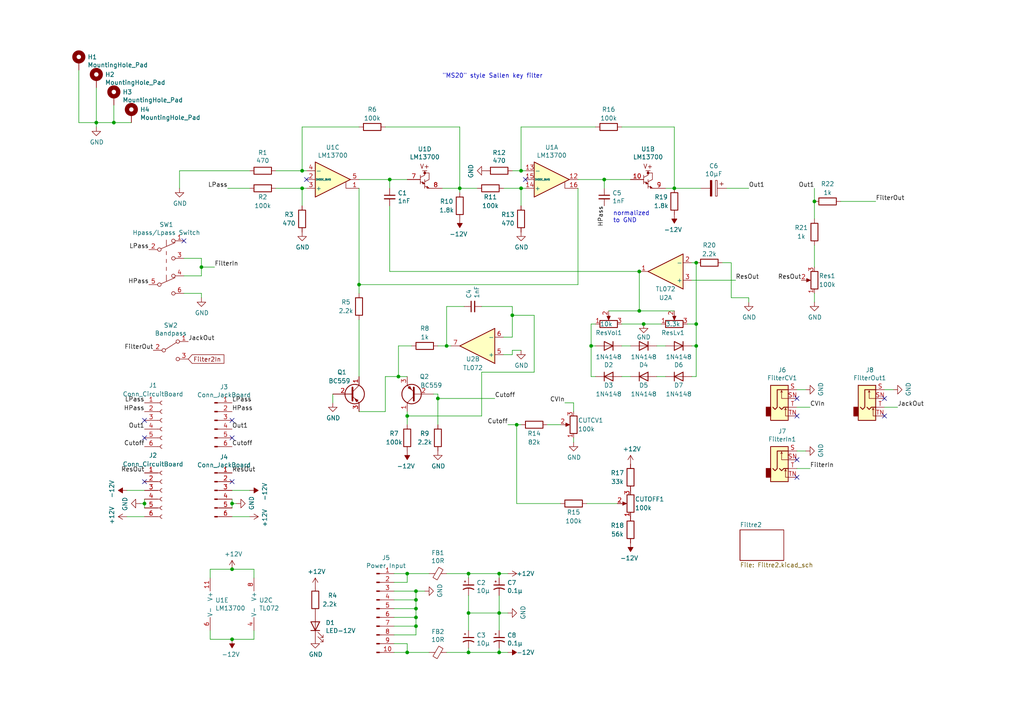
<source format=kicad_sch>
(kicad_sch (version 20211123) (generator eeschema)
  (paper "A4")
  (lib_symbols
    (symbol "Amplifier_Operational:LM13700" (pin_names (offset 0.127))
      (property "Reference" "U" (at 3.81 5.08 0))
      (property "Value" "LM13700" (at 5.08 -5.08 0))
      (symbol "LM13700_1_1"
        (pin output line (at 7.62 0 180) (length 2.54) (name "~") (number "12"))
        (pin input line (at -7.62 2.54 0) (length 2.54) (name "-") (number "13"))
        (pin input line (at -7.62 -2.54 0) (length 2.54) (name "+") (number "14"))
        (pin input line (at -7.62 0 0) (length 2.54) (name "DIODE_BIAS") (number "15"))
        (pin input line (at 7.62 -2.54 180) (length 2.54) (name "~") (number "16"))
      )
      (symbol "LM13700_2_1"
        (text "V+" (at -2.54 3.81 0) (effects (font (size 1.27 1.27))))
        (pin input line (at -7.62 0 0) (length 3.81) (name "~") (number "10"))
        (pin output line (at 2.54 -2.54 180) (length 3.81) (name "~") (number "9"))
      )
      (symbol "LM13700_3_1"
        (pin input line (at 7.62 -2.54 180) (length 2.54) (name "~") (number "1"))
        (pin input line (at -7.62 0 0) (length 2.54) (name "DIODE_BIAS") (number "2"))
        (pin input line (at -7.62 -2.54 0) (length 2.54) (name "+") (number "3"))
        (pin input line (at -7.62 2.54 0) (length 2.54) (name "-") (number "4"))
        (pin output line (at 7.62 0 180) (length 2.54) (name "~") (number "5"))
      )
      (symbol "LM13700_4_0"
        (text "V+" (at -2.54 3.81 0) (effects (font (size 1.27 1.27))))
      )
      (symbol "LM13700_4_1"
        (pin input line (at -7.62 0 0) (length 3.81) (name "~") (number "7"))
        (pin output line (at 2.54 -2.54 180) (length 3.81) (name "~") (number "8"))
      )
      (symbol "LM13700_5_1"
        (pin power_in line (at -2.54 7.62 270) (length 3.81) (name "V+") (number "11"))
        (pin power_in line (at -2.54 -7.62 90) (length 3.81) (name "V-") (number "6"))
      )
    )
    (symbol "Amplifier_Operational:TL072" (pin_names (offset 0.127))
      (property "Reference" "U" (at 0 5.08 0))
      (property "Value" "TL072" (at 0 -5.08 0))
      (symbol "TL072_1_1"
        (pin output line (at 7.62 0 180) (length 2.54) (name "~") (number "1"))
        (pin input line (at -7.62 -2.54 0) (length 2.54) (name "-") (number "2"))
        (pin input line (at -7.62 2.54 0) (length 2.54) (name "+") (number "3"))
      )
      (symbol "TL072_2_1"
        (pin input line (at -7.62 2.54 0) (length 2.54) (name "+") (number "5"))
        (pin input line (at -7.62 -2.54 0) (length 2.54) (name "-") (number "6"))
        (pin output line (at 7.62 0 180) (length 2.54) (name "~") (number "7"))
      )
      (symbol "TL072_3_1"
        (pin power_in line (at -2.54 -7.62 90) (length 3.81) (name "V-") (number "4"))
        (pin power_in line (at -2.54 7.62 270) (length 3.81) (name "V+") (number "8"))
      )
    )
    (symbol "Connector:AudioJack2_Switch"
      (property "Reference" "J" (at 0 11.43 0))
      (property "Value" "AudioJack2_Switch" (at 0 8.89 0))
      (symbol "AudioJack2_Switch_1_1"
        (pin passive line (at 5.08 5.08 180) (length 2.54) (name "~") (number "S"))
        (pin passive line (at 5.08 2.54 180) (length 2.54) (name "~") (number "SN"))
        (pin passive line (at 5.08 0 180) (length 2.54) (name "~") (number "T"))
        (pin passive line (at 5.08 -2.54 180) (length 2.54) (name "~") (number "TN"))
      )
    )
    (symbol "Connector:Conn_01x06_Female" (pin_names (offset 1.016) hide)
      (property "Reference" "J" (at 0 7.62 0))
      (property "Value" "Conn_01x06_Female" (at 0 -10.16 0))
      (symbol "Conn_01x06_Female_1_1"
        (pin passive line (at -5.08 5.08 0) (length 3.81) (name "Pin_1") (number "1"))
        (pin passive line (at -5.08 2.54 0) (length 3.81) (name "Pin_2") (number "2"))
        (pin passive line (at -5.08 0 0) (length 3.81) (name "Pin_3") (number "3"))
        (pin passive line (at -5.08 -2.54 0) (length 3.81) (name "Pin_4") (number "4"))
        (pin passive line (at -5.08 -5.08 0) (length 3.81) (name "Pin_5") (number "5"))
        (pin passive line (at -5.08 -7.62 0) (length 3.81) (name "Pin_6") (number "6"))
      )
    )
    (symbol "Connector:Conn_01x06_Male" (pin_names (offset 1.016) hide)
      (property "Reference" "J" (at 0 7.62 0))
      (property "Value" "Conn_01x06_Male" (at 0 -10.16 0))
      (symbol "Conn_01x06_Male_1_1"
        (pin passive line (at 5.08 5.08 180) (length 3.81) (name "Pin_1") (number "1"))
        (pin passive line (at 5.08 2.54 180) (length 3.81) (name "Pin_2") (number "2"))
        (pin passive line (at 5.08 0 180) (length 3.81) (name "Pin_3") (number "3"))
        (pin passive line (at 5.08 -2.54 180) (length 3.81) (name "Pin_4") (number "4"))
        (pin passive line (at 5.08 -5.08 180) (length 3.81) (name "Pin_5") (number "5"))
        (pin passive line (at 5.08 -7.62 180) (length 3.81) (name "Pin_6") (number "6"))
      )
    )
    (symbol "Connector:Conn_01x10_Male" (pin_names (offset 1.016) hide)
      (property "Reference" "J" (at 0 12.7 0))
      (property "Value" "Conn_01x10_Male" (at 0 -15.24 0))
      (symbol "Conn_01x10_Male_1_1"
        (pin passive line (at 5.08 10.16 180) (length 3.81) (name "Pin_1") (number "1"))
        (pin passive line (at 5.08 -12.7 180) (length 3.81) (name "Pin_10") (number "10"))
        (pin passive line (at 5.08 7.62 180) (length 3.81) (name "Pin_2") (number "2"))
        (pin passive line (at 5.08 5.08 180) (length 3.81) (name "Pin_3") (number "3"))
        (pin passive line (at 5.08 2.54 180) (length 3.81) (name "Pin_4") (number "4"))
        (pin passive line (at 5.08 0 180) (length 3.81) (name "Pin_5") (number "5"))
        (pin passive line (at 5.08 -2.54 180) (length 3.81) (name "Pin_6") (number "6"))
        (pin passive line (at 5.08 -5.08 180) (length 3.81) (name "Pin_7") (number "7"))
        (pin passive line (at 5.08 -7.62 180) (length 3.81) (name "Pin_8") (number "8"))
        (pin passive line (at 5.08 -10.16 180) (length 3.81) (name "Pin_9") (number "9"))
      )
    )
    (symbol "Device:CP" (pin_numbers hide) (pin_names (offset 0.254))
      (property "Reference" "C" (at 0.635 2.54 0))
      (property "Value" "Device_CP" (at 0.635 -2.54 0))
      (symbol "CP_1_1"
        (pin passive line (at 0 3.81 270) (length 2.794) (name "~") (number "1"))
        (pin passive line (at 0 -3.81 90) (length 2.794) (name "~") (number "2"))
      )
    )
    (symbol "Device:CP1_Small" (pin_numbers hide) (pin_names (offset 0.254) hide)
      (property "Reference" "C" (at 0.254 1.778 0))
      (property "Value" "Device_CP1_Small" (at 0.254 -2.032 0))
      (symbol "CP1_Small_1_1"
        (pin passive line (at 0 2.54 270) (length 2.032) (name "~") (number "1"))
        (pin passive line (at 0 -2.54 90) (length 2.032) (name "~") (number "2"))
      )
    )
    (symbol "Device:C_Small" (pin_numbers hide) (pin_names (offset 0.254) hide)
      (property "Reference" "C" (at 0.254 1.778 0))
      (property "Value" "C_Small" (at 0.254 -2.032 0))
      (symbol "C_Small_1_1"
        (pin passive line (at 0 2.54 270) (length 2.032) (name "~") (number "1"))
        (pin passive line (at 0 -2.54 90) (length 2.032) (name "~") (number "2"))
      )
    )
    (symbol "Device:D" (pin_numbers hide) (pin_names (offset 1.016) hide)
      (property "Reference" "D" (at 0 2.54 0))
      (property "Value" "D" (at 0 -2.54 0))
      (symbol "D_1_1"
        (pin passive line (at -3.81 0 0) (length 2.54) (name "K") (number "1"))
        (pin passive line (at 3.81 0 180) (length 2.54) (name "A") (number "2"))
      )
    )
    (symbol "Device:Ferrite_Bead_Small" (pin_numbers hide) (pin_names (offset 0))
      (property "Reference" "FB" (at 1.905 1.27 0))
      (property "Value" "Device_Ferrite_Bead_Small" (at 1.905 -1.27 0))
      (symbol "Ferrite_Bead_Small_1_1"
        (pin passive line (at 0 2.54 270) (length 1.27) (name "~") (number "1"))
        (pin passive line (at 0 -2.54 90) (length 1.27) (name "~") (number "2"))
      )
    )
    (symbol "Device:LED" (pin_numbers hide) (pin_names (offset 1.016) hide)
      (property "Reference" "D" (at 0 2.54 0))
      (property "Value" "LED" (at 0 -2.54 0))
      (symbol "LED_1_1"
        (pin passive line (at -3.81 0 0) (length 2.54) (name "K") (number "1"))
        (pin passive line (at 3.81 0 180) (length 2.54) (name "A") (number "2"))
      )
    )
    (symbol "Device:R" (pin_numbers hide) (pin_names (offset 0))
      (property "Reference" "R" (at 2.032 0 90))
      (property "Value" "R" (at 0 0 90))
      (symbol "R_1_1"
        (pin passive line (at 0 3.81 270) (length 1.27) (name "~") (number "1"))
        (pin passive line (at 0 -3.81 90) (length 1.27) (name "~") (number "2"))
      )
    )
    (symbol "Device:R_POT" (pin_names (offset 1.016) hide)
      (property "Reference" "RV" (at -4.445 0 90))
      (property "Value" "Device_R_POT" (at -2.54 0 90))
      (symbol "R_POT_1_1"
        (pin passive line (at 0 3.81 270) (length 1.27) (name "1") (number "1"))
        (pin passive line (at 3.81 0 180) (length 1.27) (name "2") (number "2"))
        (pin passive line (at 0 -3.81 90) (length 1.27) (name "3") (number "3"))
      )
    )
    (symbol "Mechanical:MountingHole_Pad" (pin_numbers hide) (pin_names (offset 1.016) hide)
      (property "Reference" "H" (at 0 6.35 0))
      (property "Value" "MountingHole_Pad" (at 0 4.445 0))
      (symbol "MountingHole_Pad_1_1"
        (pin input line (at 0 -2.54 90) (length 2.54) (name "1") (number "1"))
      )
    )
    (symbol "Switch:SW_Push_DPDT" (pin_names (offset 0) hide)
      (property "Reference" "SW" (at 0 8.89 0))
      (property "Value" "SW_Push_DPDT" (at 0 -10.16 0))
      (symbol "SW_Push_DPDT_1_1"
        (pin passive line (at 5.08 7.62 180) (length 2.54) (name "A") (number "1"))
        (pin passive line (at -5.08 5.08 0) (length 2.54) (name "B") (number "2"))
        (pin passive line (at 5.08 2.54 180) (length 2.54) (name "C") (number "3"))
        (pin passive line (at 5.08 -2.54 180) (length 2.54) (name "A") (number "4"))
        (pin passive line (at -5.08 -5.08 0) (length 2.54) (name "B") (number "5"))
        (pin passive line (at 5.08 -7.62 180) (length 2.54) (name "C") (number "6"))
      )
    )
    (symbol "Switch:SW_SPDT" (pin_names (offset 0) hide)
      (property "Reference" "SW" (at 0 4.318 0))
      (property "Value" "SW_SPDT" (at 0 -5.08 0))
      (symbol "SW_SPDT_1_1"
        (pin passive line (at 5.08 2.54 180) (length 2.54) (name "A") (number "1"))
        (pin passive line (at -5.08 0 0) (length 2.54) (name "B") (number "2"))
        (pin passive line (at 5.08 -2.54 180) (length 2.54) (name "C") (number "3"))
      )
    )
    (symbol "Transistor_BJT:BC559" (pin_names (offset 0) hide)
      (property "Reference" "Q" (at 5.08 1.905 0))
      (property "Value" "BC559" (at 5.08 0 0))
      (symbol "BC559_1_1"
        (pin passive line (at 2.54 5.08 270) (length 2.54) (name "C") (number "1"))
        (pin input line (at -5.08 0 0) (length 5.715) (name "B") (number "2"))
        (pin passive line (at 2.54 -5.08 90) (length 2.54) (name "E") (number "3"))
      )
    )
    (symbol "power:+12V" (power) (pin_names (offset 0))
      (property "Value" "+12V" (at 0 3.556 0))
      (symbol "+12V_1_1"
        (pin power_in line (at 0 0 90) (length 0) hide (name "+12V") (number "1"))
      )
    )
    (symbol "power:-12V" (power) (pin_names (offset 0))
      (property "Value" "-12V" (at 0 3.81 0))
      (symbol "-12V_0_0"
        (pin power_in line (at 0 0 90) (length 0) hide (name "-12V") (number "1"))
      )
    )
    (symbol "power:GND" (power) (pin_names (offset 0))
      (property "Value" "GND" (at 0 -3.81 0))
      (symbol "GND_1_1"
        (pin power_in line (at 0 0 270) (length 0) hide (name "GND") (number "1"))
      )
    )
  )
  (junction (at 118.11 120.65))
  (junction (at 104.14 82.55))
  (junction (at 186.69 93.98))
  (junction (at 120.65 179.07))
  (junction (at 133.35 54.61))
  (junction (at 58.42 77.47))
  (junction (at 201.93 93.98))
  (junction (at 33.02 35.56))
  (junction (at 151.13 49.53))
  (junction (at 129.54 100.33))
  (junction (at 144.78 166.37))
  (junction (at 113.03 52.07))
  (junction (at 201.93 76.2))
  (junction (at 135.89 189.23))
  (junction (at 148.59 91.44))
  (junction (at 171.45 100.33))
  (junction (at 149.86 123.19))
  (junction (at 120.65 181.61))
  (junction (at 118.11 166.37))
  (junction (at 120.65 176.53))
  (junction (at 185.42 90.17))
  (junction (at 151.13 54.61))
  (junction (at 67.31 165.1))
  (junction (at 201.93 100.33))
  (junction (at 120.65 173.99))
  (junction (at 27.94 35.56))
  (junction (at 87.63 54.61))
  (junction (at 120.65 171.45))
  (junction (at 144.78 177.8))
  (junction (at 135.89 177.8))
  (junction (at 135.89 166.37))
  (junction (at 195.58 54.61))
  (junction (at 67.31 146.05))
  (junction (at 236.22 58.42))
  (junction (at 67.31 185.42))
  (junction (at 144.78 189.23))
  (junction (at 118.11 189.23))
  (junction (at 87.63 49.53))
  (junction (at 127 115.57))
  (junction (at 175.26 52.07))
  (junction (at 185.42 78.74))
  (junction (at 41.91 146.05))
  (junction (at 115.57 109.22))
  (no_connect (at 53.34 69.85))
  (no_connect (at 256.54 120.65))
  (no_connect (at 231.14 133.35))
  (no_connect (at 41.91 127))
  (no_connect (at 41.91 121.92))
  (no_connect (at 152.4 52.07))
  (no_connect (at 67.31 121.92))
  (no_connect (at 231.14 120.65))
  (no_connect (at 231.14 115.57))
  (no_connect (at 41.91 139.7))
  (no_connect (at 67.31 139.7))
  (no_connect (at 67.31 127))
  (no_connect (at 256.54 115.57))
  (no_connect (at 231.14 138.43))
  (no_connect (at 88.9 52.07))
  (wire (pts (xy 58.42 74.93) (xy 58.42 77.47)))
  (wire (pts (xy 120.65 181.61) (xy 120.65 179.07)))
  (wire (pts (xy 148.59 91.44) (xy 148.59 88.9)))
  (wire (pts (xy 67.31 142.24) (xy 72.39 142.24)))
  (wire (pts (xy 231.14 130.81) (xy 233.68 130.81)))
  (wire (pts (xy 201.93 93.98) (xy 201.93 100.33)))
  (wire (pts (xy 87.63 54.61) (xy 87.63 59.69)))
  (wire (pts (xy 118.11 120.65) (xy 139.7 120.65)))
  (wire (pts (xy 200.66 100.33) (xy 201.93 100.33)))
  (wire (pts (xy 144.78 189.23) (xy 147.32 189.23)))
  (wire (pts (xy 41.91 144.78) (xy 41.91 146.05)))
  (wire (pts (xy 135.89 187.96) (xy 135.89 189.23)))
  (wire (pts (xy 166.37 127) (xy 166.37 128.27)))
  (wire (pts (xy 171.45 100.33) (xy 171.45 109.22)))
  (wire (pts (xy 171.45 109.22) (xy 172.72 109.22)))
  (wire (pts (xy 38.1 35.56) (xy 33.02 35.56)))
  (wire (pts (xy 236.22 87.63) (xy 236.22 85.09)))
  (wire (pts (xy 72.39 49.53) (xy 52.07 49.53)))
  (wire (pts (xy 185.42 78.74) (xy 113.03 78.74)))
  (wire (pts (xy 125.73 114.3) (xy 127 114.3)))
  (wire (pts (xy 67.31 185.42) (xy 60.96 185.42)))
  (wire (pts (xy 135.89 189.23) (xy 144.78 189.23)))
  (wire (pts (xy 127 114.3) (xy 127 115.57)))
  (wire (pts (xy 182.88 109.22) (xy 180.34 109.22)))
  (wire (pts (xy 185.42 78.74) (xy 185.42 90.17)))
  (wire (pts (xy 123.19 171.45) (xy 120.65 171.45)))
  (wire (pts (xy 114.3 171.45) (xy 120.65 171.45)))
  (wire (pts (xy 135.89 172.72) (xy 135.89 177.8)))
  (wire (pts (xy 209.55 76.2) (xy 212.09 76.2)))
  (wire (pts (xy 151.13 49.53) (xy 152.4 49.53)))
  (wire (pts (xy 114.3 168.91) (xy 118.11 168.91)))
  (wire (pts (xy 175.26 52.07) (xy 175.26 54.61)))
  (wire (pts (xy 139.7 120.65) (xy 139.7 107.95)))
  (wire (pts (xy 148.59 97.79) (xy 148.59 91.44)))
  (wire (pts (xy 113.03 78.74) (xy 113.03 59.69)))
  (wire (pts (xy 128.27 54.61) (xy 133.35 54.61)))
  (wire (pts (xy 104.14 82.55) (xy 104.14 54.61)))
  (wire (pts (xy 144.78 187.96) (xy 144.78 189.23)))
  (wire (pts (xy 115.57 100.33) (xy 115.57 109.22)))
  (wire (pts (xy 114.3 186.69) (xy 118.11 186.69)))
  (wire (pts (xy 151.13 54.61) (xy 146.05 54.61)))
  (wire (pts (xy 180.34 93.98) (xy 186.69 93.98)))
  (wire (pts (xy 167.64 82.55) (xy 104.14 82.55)))
  (wire (pts (xy 120.65 171.45) (xy 120.65 173.99)))
  (wire (pts (xy 172.72 100.33) (xy 171.45 100.33)))
  (wire (pts (xy 118.11 120.65) (xy 118.11 123.19)))
  (wire (pts (xy 127 100.33) (xy 129.54 100.33)))
  (wire (pts (xy 256.54 113.03) (xy 259.08 113.03)))
  (wire (pts (xy 114.3 173.99) (xy 120.65 173.99)))
  (wire (pts (xy 72.39 54.61) (xy 66.04 54.61)))
  (wire (pts (xy 234.95 135.89) (xy 231.14 135.89)))
  (wire (pts (xy 58.42 85.09) (xy 53.34 85.09)))
  (wire (pts (xy 104.14 119.38) (xy 111.76 119.38)))
  (wire (pts (xy 120.65 179.07) (xy 120.65 176.53)))
  (wire (pts (xy 22.86 20.32) (xy 22.86 35.56)))
  (wire (pts (xy 212.09 76.2) (xy 212.09 86.36)))
  (wire (pts (xy 144.78 177.8) (xy 144.78 182.88)))
  (wire (pts (xy 236.22 71.12) (xy 236.22 77.47)))
  (wire (pts (xy 212.09 86.36) (xy 217.17 86.36)))
  (wire (pts (xy 149.86 123.19) (xy 147.32 123.19)))
  (wire (pts (xy 203.2 54.61) (xy 195.58 54.61)))
  (wire (pts (xy 87.63 36.83) (xy 87.63 49.53)))
  (wire (pts (xy 87.63 49.53) (xy 80.01 49.53)))
  (wire (pts (xy 52.07 49.53) (xy 52.07 54.61)))
  (wire (pts (xy 73.66 182.88) (xy 73.66 185.42)))
  (wire (pts (xy 33.02 35.56) (xy 27.94 35.56)))
  (wire (pts (xy 154.94 107.95) (xy 154.94 91.44)))
  (wire (pts (xy 167.64 54.61) (xy 167.64 82.55)))
  (wire (pts (xy 193.04 109.22) (xy 190.5 109.22)))
  (wire (pts (xy 135.89 166.37) (xy 144.78 166.37)))
  (wire (pts (xy 179.07 146.05) (xy 170.18 146.05)))
  (wire (pts (xy 195.58 36.83) (xy 180.34 36.83)))
  (wire (pts (xy 151.13 54.61) (xy 151.13 59.69)))
  (wire (pts (xy 114.3 189.23) (xy 118.11 189.23)))
  (wire (pts (xy 180.34 100.33) (xy 182.88 100.33)))
  (wire (pts (xy 135.89 167.64) (xy 135.89 166.37)))
  (wire (pts (xy 144.78 166.37) (xy 147.32 166.37)))
  (wire (pts (xy 111.76 109.22) (xy 115.57 109.22)))
  (wire (pts (xy 201.93 100.33) (xy 201.93 109.22)))
  (wire (pts (xy 201.93 93.98) (xy 199.39 93.98)))
  (wire (pts (xy 186.69 93.98) (xy 191.77 93.98)))
  (wire (pts (xy 148.59 101.6) (xy 151.13 101.6)))
  (wire (pts (xy 127 115.57) (xy 127 123.19)))
  (wire (pts (xy 146.05 102.87) (xy 148.59 102.87)))
  (wire (pts (xy 134.62 88.9) (xy 129.54 88.9)))
  (wire (pts (xy 96.52 114.3) (xy 96.52 116.84)))
  (wire (pts (xy 67.31 165.1) (xy 73.66 165.1)))
  (wire (pts (xy 210.82 54.61) (xy 217.17 54.61)))
  (wire (pts (xy 146.05 97.79) (xy 148.59 97.79)))
  (wire (pts (xy 67.31 144.78) (xy 67.31 146.05)))
  (wire (pts (xy 113.03 52.07) (xy 118.11 52.07)))
  (wire (pts (xy 118.11 166.37) (xy 124.46 166.37)))
  (wire (pts (xy 162.56 123.19) (xy 158.75 123.19)))
  (wire (pts (xy 148.59 102.87) (xy 148.59 101.6)))
  (wire (pts (xy 120.65 184.15) (xy 120.65 181.61)))
  (wire (pts (xy 135.89 177.8) (xy 144.78 177.8)))
  (wire (pts (xy 113.03 52.07) (xy 113.03 54.61)))
  (wire (pts (xy 67.31 185.42) (xy 73.66 185.42)))
  (wire (pts (xy 148.59 49.53) (xy 151.13 49.53)))
  (wire (pts (xy 62.23 77.47) (xy 58.42 77.47)))
  (wire (pts (xy 104.14 82.55) (xy 104.14 85.09)))
  (wire (pts (xy 139.7 107.95) (xy 154.94 107.95)))
  (wire (pts (xy 104.14 52.07) (xy 113.03 52.07)))
  (wire (pts (xy 73.66 165.1) (xy 73.66 167.64)))
  (wire (pts (xy 149.86 146.05) (xy 162.56 146.05)))
  (wire (pts (xy 27.94 25.4) (xy 27.94 35.56)))
  (wire (pts (xy 41.91 146.05) (xy 40.64 146.05)))
  (wire (pts (xy 236.22 58.42) (xy 236.22 63.5)))
  (wire (pts (xy 60.96 165.1) (xy 60.96 167.64)))
  (wire (pts (xy 133.35 54.61) (xy 138.43 54.61)))
  (wire (pts (xy 80.01 54.61) (xy 87.63 54.61)))
  (wire (pts (xy 213.36 81.28) (xy 200.66 81.28)))
  (wire (pts (xy 243.84 58.42) (xy 254 58.42)))
  (wire (pts (xy 58.42 80.01) (xy 53.34 80.01)))
  (wire (pts (xy 234.95 118.11) (xy 231.14 118.11)))
  (wire (pts (xy 144.78 177.8) (xy 147.32 177.8)))
  (wire (pts (xy 148.59 88.9) (xy 139.7 88.9)))
  (wire (pts (xy 127 115.57) (xy 143.51 115.57)))
  (wire (pts (xy 135.89 177.8) (xy 135.89 182.88)))
  (wire (pts (xy 167.64 52.07) (xy 175.26 52.07)))
  (wire (pts (xy 144.78 172.72) (xy 144.78 177.8)))
  (wire (pts (xy 60.96 182.88) (xy 60.96 185.42)))
  (wire (pts (xy 151.13 123.19) (xy 149.86 123.19)))
  (wire (pts (xy 33.02 30.48) (xy 33.02 35.56)))
  (wire (pts (xy 67.31 146.05) (xy 68.58 146.05)))
  (wire (pts (xy 120.65 173.99) (xy 120.65 176.53)))
  (wire (pts (xy 190.5 100.33) (xy 193.04 100.33)))
  (wire (pts (xy 133.35 55.88) (xy 133.35 54.61)))
  (wire (pts (xy 104.14 36.83) (xy 87.63 36.83)))
  (wire (pts (xy 118.11 119.38) (xy 118.11 120.65)))
  (wire (pts (xy 217.17 86.36) (xy 217.17 87.63)))
  (wire (pts (xy 185.42 90.17) (xy 195.58 90.17)))
  (wire (pts (xy 260.35 118.11) (xy 256.54 118.11)))
  (wire (pts (xy 201.93 76.2) (xy 201.93 93.98)))
  (wire (pts (xy 22.86 35.56) (xy 27.94 35.56)))
  (wire (pts (xy 172.72 36.83) (xy 151.13 36.83)))
  (wire (pts (xy 118.11 186.69) (xy 118.11 189.23)))
  (wire (pts (xy 27.94 35.56) (xy 27.94 36.83)))
  (wire (pts (xy 133.35 54.61) (xy 133.35 36.83)))
  (wire (pts (xy 118.11 168.91) (xy 118.11 166.37)))
  (wire (pts (xy 114.3 184.15) (xy 120.65 184.15)))
  (wire (pts (xy 72.39 149.86) (xy 67.31 149.86)))
  (wire (pts (xy 119.38 100.33) (xy 115.57 100.33)))
  (wire (pts (xy 115.57 109.22) (xy 118.11 109.22)))
  (wire (pts (xy 163.83 116.84) (xy 166.37 116.84)))
  (wire (pts (xy 114.3 181.61) (xy 120.65 181.61)))
  (wire (pts (xy 195.58 54.61) (xy 195.58 36.83)))
  (wire (pts (xy 111.76 119.38) (xy 111.76 109.22)))
  (wire (pts (xy 185.42 90.17) (xy 176.53 90.17)))
  (wire (pts (xy 144.78 167.64) (xy 144.78 166.37)))
  (wire (pts (xy 67.31 146.05) (xy 67.31 147.32)))
  (wire (pts (xy 114.3 166.37) (xy 118.11 166.37)))
  (wire (pts (xy 120.65 176.53) (xy 114.3 176.53)))
  (wire (pts (xy 193.04 54.61) (xy 195.58 54.61)))
  (wire (pts (xy 129.54 166.37) (xy 135.89 166.37)))
  (wire (pts (xy 151.13 36.83) (xy 151.13 49.53)))
  (wire (pts (xy 114.3 179.07) (xy 120.65 179.07)))
  (wire (pts (xy 41.91 142.24) (xy 36.83 142.24)))
  (wire (pts (xy 175.26 52.07) (xy 182.88 52.07)))
  (wire (pts (xy 231.14 113.03) (xy 233.68 113.03)))
  (wire (pts (xy 104.14 92.71) (xy 104.14 109.22)))
  (wire (pts (xy 151.13 54.61) (xy 152.4 54.61)))
  (wire (pts (xy 149.86 123.19) (xy 149.86 146.05)))
  (wire (pts (xy 129.54 88.9) (xy 129.54 100.33)))
  (wire (pts (xy 67.31 165.1) (xy 60.96 165.1)))
  (wire (pts (xy 201.93 76.2) (xy 200.66 76.2)))
  (wire (pts (xy 58.42 77.47) (xy 58.42 80.01)))
  (wire (pts (xy 88.9 49.53) (xy 87.63 49.53)))
  (wire (pts (xy 201.93 109.22) (xy 200.66 109.22)))
  (wire (pts (xy 41.91 146.05) (xy 41.91 147.32)))
  (wire (pts (xy 41.91 149.86) (xy 36.83 149.86)))
  (wire (pts (xy 87.63 54.61) (xy 88.9 54.61)))
  (wire (pts (xy 236.22 54.61) (xy 236.22 58.42)))
  (wire (pts (xy 154.94 91.44) (xy 148.59 91.44)))
  (wire (pts (xy 129.54 189.23) (xy 135.89 189.23)))
  (wire (pts (xy 53.34 74.93) (xy 58.42 74.93)))
  (wire (pts (xy 171.45 93.98) (xy 171.45 100.33)))
  (wire (pts (xy 133.35 36.83) (xy 111.76 36.83)))
  (wire (pts (xy 172.72 93.98) (xy 171.45 93.98)))
  (wire (pts (xy 166.37 116.84) (xy 166.37 119.38)))
  (wire (pts (xy 58.42 86.36) (xy 58.42 85.09)))
  (wire (pts (xy 118.11 189.23) (xy 124.46 189.23)))
  (wire (pts (xy 129.54 100.33) (xy 130.81 100.33)))
  (text "normalized \nto GND" (at 177.8 64.77 0) (effects (font (size 1.27 1.27)) (justify left bottom)))
  (text "\"MS20\" style Sallen key filter" (at 128.27 22.86 0) (effects (font (size 1.27 1.27)) (justify left bottom)))
  (label "HPass" (at 175.26 59.69 270))
  (label "ResOut" (at 232.41 81.28 180))
  (label "FilterIn" (at 234.95 135.89 0))
  (label "JackOut" (at 260.35 118.11 0))
  (label "LPass" (at 67.31 116.84 0))
  (label "FilterOut" (at 44.45 101.6 180))
  (label "LPass" (at 66.04 54.61 180))
  (label "Cutoff" (at 41.91 129.54 180))
  (label "CVIn" (at 234.95 118.11 0))
  (label "HPass" (at 41.91 119.38 180))
  (label "ResOut" (at 41.91 137.16 180))
  (label "Cutoff" (at 67.31 129.54 0))
  (label "HPass" (at 43.18 82.55 180))
  (label "FilterOut" (at 254 58.42 0))
  (label "Cutoff" (at 143.51 115.57 0))
  (label "ResOut" (at 67.31 137.16 0))
  (label "LPass" (at 43.18 72.39 180))
  (label "Out1" (at 67.31 124.46 0))
  (label "HPass" (at 67.31 119.38 0))
  (label "Out1" (at 41.91 124.46 180))
  (label "LPass" (at 41.91 116.84 180))
  (label "CVIn" (at 163.83 116.84 180))
  (label "Cutoff" (at 147.32 123.19 180))
  (label "FilterIn" (at 62.23 77.47 0))
  (label "ResOut" (at 213.36 81.28 0))
  (label "JackOut" (at 54.61 99.06 0))
  (label "Out1" (at 236.22 54.61 180))
  (label "Out1" (at 217.17 54.61 0))
  (global_label "Filter2In" (shape input) (at 54.61 104.14 0) (property "Intersheet References" "${INTERSHEET_REFS}" (effects hide)))
  (symbol (lib_id "Amplifier_Operational:LM13700") (at 160.02 52.07 0) (unit 1)
    (property "Reference" "U1" (at 160.02 42.7482 0))
    (property "Value" "LM13700" (at 160.02 45.0596 0))
    (property "Footprint" "Package_DIP:DIP-16_W7.62mm_Socket" (effects hide))
    (property "Datasheet" "http://www.ti.com/lit/ds/symlink/lm13700.pdf" (effects hide))
  )
  (symbol (lib_id "Amplifier_Operational:LM13700") (at 96.52 52.07 0) (unit 3)
    (property "Reference" "U1" (at 96.52 42.7482 0))
    (property "Value" "LM13700" (at 96.52 45.0596 0))
    (property "Footprint" "Package_DIP:DIP-16_W7.62mm_Socket" (effects hide))
    (property "Datasheet" "http://www.ti.com/lit/ds/symlink/lm13700.pdf" (effects hide))
  )
  (symbol (lib_id "Amplifier_Operational:LM13700") (at 190.5 52.07 0) (unit 2)
    (property "Reference" "U1" (at 187.96 43.2308 0))
    (property "Value" "LM13700" (at 187.96 45.5422 0))
    (property "Footprint" "Package_DIP:DIP-16_W7.62mm_Socket" (effects hide))
    (property "Datasheet" "http://www.ti.com/lit/ds/symlink/lm13700.pdf" (effects hide))
  )
  (symbol (lib_id "Amplifier_Operational:LM13700") (at 125.73 52.07 0) (unit 4)
    (property "Reference" "U1" (at 123.19 43.2308 0))
    (property "Value" "LM13700" (at 123.19 45.5422 0))
    (property "Footprint" "Package_DIP:DIP-16_W7.62mm_Socket" (effects hide))
    (property "Datasheet" "http://www.ti.com/lit/ds/symlink/lm13700.pdf" (effects hide))
  )
  (symbol (lib_id "Amplifier_Operational:TL072") (at 193.04 78.74 180) (unit 1)
    (property "Reference" "U2" (at 193.04 86.36 0))
    (property "Value" "TL072" (at 193.04 83.82 0))
    (property "Footprint" "Package_DIP:DIP-8_W7.62mm_Socket" (effects hide))
    (property "Datasheet" "http://www.ti.com/lit/ds/symlink/tl071.pdf" (effects hide))
  )
  (symbol (lib_id "Amplifier_Operational:TL072") (at 138.43 100.33 180) (unit 2)
    (property "Reference" "U2" (at 137.16 104.14 0))
    (property "Value" "TL072" (at 137.16 106.68 0))
    (property "Footprint" "Package_DIP:DIP-8_W7.62mm_Socket" (effects hide))
    (property "Datasheet" "http://www.ti.com/lit/ds/symlink/tl071.pdf" (effects hide))
  )
  (symbol (lib_id "Device:R") (at 76.2 54.61 90) (unit 1)
    (property "Reference" "R2" (at 76.2 57.15 90))
    (property "Value" "100k" (at 76.2 59.69 90))
    (property "Footprint" "Resistor_THT:R_Axial_DIN0207_L6.3mm_D2.5mm_P10.16mm_Horizontal" (effects hide))
  )
  (symbol (lib_id "Device:R") (at 76.2 49.53 90) (unit 1)
    (property "Reference" "R1" (at 76.2 44.2722 90))
    (property "Value" "470" (at 76.2 46.5836 90))
    (property "Footprint" "Resistor_THT:R_Axial_DIN0207_L6.3mm_D2.5mm_P10.16mm_Horizontal" (effects hide))
  )
  (symbol (lib_id "Device:R") (at 87.63 63.5 180) (unit 1)
    (property "Reference" "R3" (at 83.82 62.23 0))
    (property "Value" "470" (at 83.82 64.77 0))
    (property "Footprint" "Resistor_THT:R_Axial_DIN0207_L6.3mm_D2.5mm_P10.16mm_Horizontal" (effects hide))
  )
  (symbol (lib_id "power:GND") (at 87.63 67.31 0) (unit 1)
    (property "Reference" "#PWR09" (effects hide))
    (property "Value" "GND" (at 87.757 71.7042 0))
  )
  (symbol (lib_id "power:GND") (at 52.07 54.61 0) (unit 1)
    (property "Reference" "#PWR04" (effects hide))
    (property "Value" "GND" (at 52.197 59.0042 0))
  )
  (symbol (lib_id "Switch:SW_Push_DPDT") (at 48.26 77.47 0) (unit 1)
    (property "Reference" "SW1" (at 48.26 65.151 0))
    (property "Value" "Hpass/Lpass Switch" (at 48.26 67.4624 0))
    (property "Footprint" "Synth:SW_DPDT_Toggle" (effects hide))
    (property "Comment " "DPDT Switch, On-Off-On " (effects hide))
  )
  (symbol (lib_id "Device:R") (at 107.95 36.83 90) (unit 1)
    (property "Reference" "R6" (at 107.95 31.75 90))
    (property "Value" "100k" (at 107.95 34.29 90))
    (property "Footprint" "Resistor_THT:R_Axial_DIN0207_L6.3mm_D2.5mm_P10.16mm_Horizontal" (effects hide))
  )
  (symbol (lib_id "Device:R") (at 133.35 59.69 180) (unit 1)
    (property "Reference" "R10" (at 129.54 58.42 0))
    (property "Value" "1.8k" (at 129.54 60.96 0))
    (property "Footprint" "Resistor_THT:R_Axial_DIN0207_L6.3mm_D2.5mm_P10.16mm_Horizontal" (effects hide))
  )
  (symbol (lib_id "power:-12V") (at 133.35 63.5 180) (unit 1)
    (property "Reference" "#PWR016" (effects hide))
    (property "Value" "-12V" (at 132.969 67.8942 0))
  )
  (symbol (lib_id "Device:R") (at 144.78 49.53 90) (unit 1)
    (property "Reference" "R12" (at 144.78 44.2722 90))
    (property "Value" "470" (at 144.78 46.5836 90))
    (property "Footprint" "Resistor_THT:R_Axial_DIN0207_L6.3mm_D2.5mm_P10.16mm_Horizontal" (effects hide))
  )
  (symbol (lib_id "power:GND") (at 140.97 49.53 270) (unit 1)
    (property "Reference" "#PWR018" (effects hide))
    (property "Value" "GND" (at 136.5758 49.657 0))
  )
  (symbol (lib_id "Device:R") (at 176.53 36.83 90) (unit 1)
    (property "Reference" "R16" (at 176.53 31.75 90))
    (property "Value" "100k" (at 176.53 34.29 90))
    (property "Footprint" "Resistor_THT:R_Axial_DIN0207_L6.3mm_D2.5mm_P10.16mm_Horizontal" (effects hide))
  )
  (symbol (lib_id "Device:R") (at 142.24 54.61 90) (unit 1)
    (property "Reference" "R11" (at 142.24 57.15 90))
    (property "Value" "100k" (at 142.24 59.69 90))
    (property "Footprint" "Resistor_THT:R_Axial_DIN0207_L6.3mm_D2.5mm_P10.16mm_Horizontal" (effects hide))
  )
  (symbol (lib_id "Device:R") (at 151.13 63.5 180) (unit 1)
    (property "Reference" "R13" (at 147.32 62.23 0))
    (property "Value" "470" (at 147.32 64.77 0))
    (property "Footprint" "Resistor_THT:R_Axial_DIN0207_L6.3mm_D2.5mm_P10.16mm_Horizontal" (effects hide))
  )
  (symbol (lib_id "power:GND") (at 151.13 67.31 0) (unit 1)
    (property "Reference" "#PWR021" (effects hide))
    (property "Value" "GND" (at 151.257 71.7042 0))
  )
  (symbol (lib_id "Device:C_Small") (at 175.26 57.15 0) (unit 1)
    (property "Reference" "C5" (at 177.5968 55.9816 0) (effects (justify left)))
    (property "Value" "1nF" (at 177.5968 58.293 0) (effects (justify left)))
    (property "Footprint" "Capacitor_THT:C_Disc_D7.0mm_W2.5mm_P5.00mm" (effects hide))
  )
  (symbol (lib_id "power:GND") (at 58.42 86.36 0) (unit 1)
    (property "Reference" "#PWR05" (effects hide))
    (property "Value" "GND" (at 58.547 90.7542 0))
  )
  (symbol (lib_id "Device:C_Small") (at 113.03 57.15 0) (unit 1)
    (property "Reference" "C1" (at 115.3668 55.9816 0) (effects (justify left)))
    (property "Value" "1nF" (at 115.3668 58.293 0) (effects (justify left)))
    (property "Footprint" "Capacitor_THT:C_Disc_D7.0mm_W2.5mm_P5.00mm" (effects hide))
  )
  (symbol (lib_id "Device:R") (at 195.58 58.42 180) (unit 1)
    (property "Reference" "R19" (at 191.77 57.15 0))
    (property "Value" "1.8k" (at 191.77 59.69 0))
    (property "Footprint" "Resistor_THT:R_Axial_DIN0207_L6.3mm_D2.5mm_P10.16mm_Horizontal" (effects hide))
  )
  (symbol (lib_id "power:-12V") (at 195.58 62.23 180) (unit 1)
    (property "Reference" "#PWR027" (effects hide))
    (property "Value" "-12V" (at 195.199 66.6242 0))
  )
  (symbol (lib_id "Device:CP") (at 207.01 54.61 270) (unit 1)
    (property "Reference" "C6" (at 207.01 48.133 90))
    (property "Value" "10µF" (at 207.01 50.4444 90))
    (property "Footprint" "Capacitor_THT:CP_Radial_D5.0mm_P2.00mm" (effects hide))
  )
  (symbol (lib_id "Device:R") (at 240.03 58.42 270) (unit 1)
    (property "Reference" "R22" (at 240.03 53.34 90))
    (property "Value" "1k" (at 240.03 55.88 90))
    (property "Footprint" "Resistor_THT:R_Axial_DIN0207_L6.3mm_D2.5mm_P10.16mm_Horizontal" (effects hide))
  )
  (symbol (lib_id "Device:R") (at 236.22 67.31 180) (unit 1)
    (property "Reference" "R21" (at 232.41 66.04 0))
    (property "Value" "1k" (at 232.41 68.58 0))
    (property "Footprint" "Resistor_THT:R_Axial_DIN0207_L6.3mm_D2.5mm_P10.16mm_Horizontal" (effects hide))
  )
  (symbol (lib_id "Device:R_POT") (at 236.22 81.28 180) (unit 1)
    (property "Reference" "Res1" (at 237.49 80.01 0) (effects (justify right)))
    (property "Value" "100k" (at 237.49 82.55 0) (effects (justify right)))
    (property "Footprint" "Potentiometer_THT:Potentiometer_Bourns_PTV09A-1_Single_Vertical" (effects hide))
  )
  (symbol (lib_id "power:GND") (at 217.17 87.63 0) (unit 1)
    (property "Reference" "#PWR028" (effects hide))
    (property "Value" "GND" (at 217.297 92.0242 0))
  )
  (symbol (lib_id "Device:R") (at 205.74 76.2 270) (unit 1)
    (property "Reference" "R20" (at 205.74 71.12 90))
    (property "Value" "2.2k" (at 205.74 73.66 90))
    (property "Footprint" "Resistor_THT:R_Axial_DIN0207_L6.3mm_D2.5mm_P10.16mm_Horizontal" (effects hide))
  )
  (symbol (lib_id "Device:D") (at 196.85 109.22 0) (unit 1)
    (property "Reference" "D7" (at 196.85 111.76 0))
    (property "Value" "1N4148" (at 196.85 114.3 0))
    (property "Footprint" "Diode_THT:D_DO-35_SOD27_P7.62mm_Horizontal" (effects hide))
  )
  (symbol (lib_id "Device:D") (at 186.69 109.22 0) (unit 1)
    (property "Reference" "D5" (at 186.69 111.76 0))
    (property "Value" "1N4148" (at 186.69 114.3 0))
    (property "Footprint" "Diode_THT:D_DO-35_SOD27_P7.62mm_Horizontal" (effects hide))
  )
  (symbol (lib_id "Device:D") (at 176.53 109.22 0) (unit 1)
    (property "Reference" "D3" (at 176.53 111.76 0))
    (property "Value" "1N4148" (at 176.53 114.3 0))
    (property "Footprint" "Diode_THT:D_DO-35_SOD27_P7.62mm_Horizontal" (effects hide))
  )
  (symbol (lib_id "Device:D") (at 176.53 100.33 180) (unit 1)
    (property "Reference" "D2" (at 176.53 105.8418 0))
    (property "Value" "1N4148" (at 176.53 103.5304 0))
    (property "Footprint" "Diode_THT:D_DO-35_SOD27_P7.62mm_Horizontal" (effects hide))
  )
  (symbol (lib_id "Device:D") (at 186.69 100.33 180) (unit 1)
    (property "Reference" "D4" (at 186.69 105.8418 0))
    (property "Value" "1N4148" (at 186.69 103.5304 0))
    (property "Footprint" "Diode_THT:D_DO-35_SOD27_P7.62mm_Horizontal" (effects hide))
  )
  (symbol (lib_id "Device:D") (at 196.85 100.33 180) (unit 1)
    (property "Reference" "D6" (at 196.85 105.8418 0))
    (property "Value" "1N4148" (at 196.85 103.5304 0))
    (property "Footprint" "Diode_THT:D_DO-35_SOD27_P7.62mm_Horizontal" (effects hide))
  )
  (symbol (lib_id "Device:R") (at 104.14 88.9 180) (unit 1)
    (property "Reference" "R5" (at 100.33 87.63 0))
    (property "Value" "2.2k" (at 100.33 90.17 0))
    (property "Footprint" "Resistor_THT:R_Axial_DIN0207_L6.3mm_D2.5mm_P10.16mm_Horizontal" (effects hide))
  )
  (symbol (lib_id "Device:R_POT") (at 182.88 146.05 180) (unit 1)
    (property "Reference" "CUTOFF1" (at 184.15 144.78 0) (effects (justify right)))
    (property "Value" "100k" (at 184.15 147.32 0) (effects (justify right)))
    (property "Footprint" "Potentiometer_THT:Potentiometer_Bourns_PTV09A-1_Single_Vertical" (effects hide))
  )
  (symbol (lib_id "power:-12V") (at 182.88 157.48 180) (unit 1)
    (property "Reference" "#PWR025" (effects hide))
    (property "Value" "-12V" (at 182.499 161.8742 0))
  )
  (symbol (lib_id "Device:R") (at 182.88 153.67 180) (unit 1)
    (property "Reference" "R18" (at 179.07 152.4 0))
    (property "Value" "56k" (at 179.07 154.94 0))
    (property "Footprint" "Resistor_THT:R_Axial_DIN0207_L6.3mm_D2.5mm_P10.16mm_Horizontal" (effects hide))
  )
  (symbol (lib_id "Device:R") (at 182.88 138.43 180) (unit 1)
    (property "Reference" "R17" (at 179.07 137.16 0))
    (property "Value" "33k" (at 179.07 139.7 0))
    (property "Footprint" "Resistor_THT:R_Axial_DIN0207_L6.3mm_D2.5mm_P10.16mm_Horizontal" (effects hide))
  )
  (symbol (lib_id "power:+12V") (at 182.88 134.62 0) (unit 1)
    (property "Reference" "#PWR024" (effects hide))
    (property "Value" "+12V" (at 183.261 130.2258 0))
  )
  (symbol (lib_id "Device:R") (at 166.37 146.05 90) (unit 1)
    (property "Reference" "R15" (at 166.37 148.59 90))
    (property "Value" "100k" (at 166.37 151.13 90))
    (property "Footprint" "Resistor_THT:R_Axial_DIN0207_L6.3mm_D2.5mm_P10.16mm_Horizontal" (effects hide))
  )
  (symbol (lib_id "Device:R_POT") (at 166.37 123.19 180) (unit 1)
    (property "Reference" "CUTCV1" (at 167.64 121.92 0) (effects (justify right)))
    (property "Value" "100k" (at 167.64 124.46 0) (effects (justify right)))
    (property "Footprint" "Potentiometer_THT:Potentiometer_Bourns_PTV09A-1_Single_Vertical" (effects hide))
  )
  (symbol (lib_id "power:GND") (at 166.37 128.27 0) (unit 1)
    (property "Reference" "#PWR023" (effects hide))
    (property "Value" "GND" (at 166.497 132.6642 0))
  )
  (symbol (lib_id "Device:R") (at 154.94 123.19 90) (unit 1)
    (property "Reference" "R14" (at 154.94 125.73 90))
    (property "Value" "82k" (at 154.94 128.27 90))
    (property "Footprint" "Resistor_THT:R_Axial_DIN0207_L6.3mm_D2.5mm_P10.16mm_Horizontal" (effects hide))
  )
  (symbol (lib_id "Device:R") (at 118.11 127 180) (unit 1)
    (property "Reference" "R7" (at 114.3 125.73 0))
    (property "Value" "100k" (at 114.3 128.27 0))
    (property "Footprint" "Resistor_THT:R_Axial_DIN0207_L6.3mm_D2.5mm_P10.16mm_Horizontal" (effects hide))
  )
  (symbol (lib_id "power:-12V") (at 118.11 130.81 180) (unit 1)
    (property "Reference" "#PWR013" (effects hide))
    (property "Value" "-12V" (at 117.729 135.2042 0))
  )
  (symbol (lib_id "Device:R") (at 127 127 180) (unit 1)
    (property "Reference" "R9" (at 123.19 125.73 0))
    (property "Value" "2.2k" (at 123.19 128.27 0))
    (property "Footprint" "Resistor_THT:R_Axial_DIN0207_L6.3mm_D2.5mm_P10.16mm_Horizontal" (effects hide))
  )
  (symbol (lib_id "power:GND") (at 127 130.81 0) (unit 1)
    (property "Reference" "#PWR015" (effects hide))
    (property "Value" "GND" (at 127.127 135.2042 0))
  )
  (symbol (lib_id "Transistor_BJT:BC559") (at 101.6 114.3 0) (unit 1)
    (property "Reference" "Q1" (at 97.79 107.95 0) (effects (justify left)))
    (property "Value" "BC559" (at 95.25 110.49 0) (effects (justify left)))
    (property "Footprint" "Package_TO_SOT_THT:TO-92_Inline" (effects hide))
    (property "Datasheet" "https://www.onsemi.com/pub/Collateral/BC556BTA-D.pdf" (effects hide))
  )
  (symbol (lib_id "Transistor_BJT:BC559") (at 120.65 114.3 180) (unit 1)
    (property "Reference" "Q2" (at 124.46 109.22 0) (effects (justify left)))
    (property "Value" "BC559" (at 128.27 111.76 0) (effects (justify left)))
    (property "Footprint" "Package_TO_SOT_THT:TO-92_Inline" (effects hide))
    (property "Datasheet" "https://www.onsemi.com/pub/Collateral/BC556BTA-D.pdf" (effects hide))
  )
  (symbol (lib_id "power:GND") (at 96.52 116.84 0) (unit 1)
    (property "Reference" "#PWR012" (effects hide))
    (property "Value" "GND" (at 96.647 121.2342 0))
  )
  (symbol (lib_id "Device:R") (at 123.19 100.33 90) (unit 1)
    (property "Reference" "R8" (at 123.19 95.25 90))
    (property "Value" "1k" (at 123.19 97.79 90))
    (property "Footprint" "Resistor_THT:R_Axial_DIN0207_L6.3mm_D2.5mm_P10.16mm_Horizontal" (effects hide))
  )
  (symbol (lib_id "power:GND") (at 151.13 101.6 0) (unit 1)
    (property "Reference" "#PWR022" (effects hide))
    (property "Value" "GND" (at 151.257 105.9942 0))
  )
  (symbol (lib_id "Device:C_Small") (at 137.16 88.9 90) (unit 1)
    (property "Reference" "C4" (at 135.9916 86.5632 0) (effects (justify left)))
    (property "Value" "1nF" (at 138.303 86.5632 0) (effects (justify left)))
    (property "Footprint" "Capacitor_THT:C_Disc_D7.0mm_W2.5mm_P5.00mm" (effects hide))
  )
  (symbol (lib_id "power:GND") (at 236.22 87.63 0) (unit 1)
    (property "Reference" "#PWR031" (effects hide))
    (property "Value" "GND" (at 236.347 92.0242 0))
  )
  (symbol (lib_id "power:+12V") (at 72.39 149.86 270) (unit 1)
    (property "Reference" "#PWR08" (effects hide))
    (property "Value" "+12V" (at 76.7842 150.241 0))
  )
  (symbol (lib_id "power:+12V") (at 36.83 149.86 90) (unit 1)
    (property "Reference" "#PWR02" (effects hide))
    (property "Value" "+12V" (at 32.4358 149.479 0))
  )
  (symbol (lib_id "power:-12V") (at 72.39 142.24 270) (unit 1)
    (property "Reference" "#PWR07" (effects hide))
    (property "Value" "-12V" (at 76.7842 142.621 0))
  )
  (symbol (lib_id "power:-12V") (at 36.83 142.24 90) (unit 1)
    (property "Reference" "#PWR01" (effects hide))
    (property "Value" "-12V" (at 32.4358 141.859 0))
  )
  (symbol (lib_id "power:GND") (at 40.64 146.05 270) (unit 1)
    (property "Reference" "#PWR03" (effects hide))
    (property "Value" "GND" (at 36.2458 146.177 0))
  )
  (symbol (lib_id "power:GND") (at 68.58 146.05 90) (unit 1)
    (property "Reference" "#PWR06" (effects hide))
    (property "Value" "GND" (at 72.9742 145.923 0))
  )
  (symbol (lib_id "power:+12V") (at 147.32 166.37 270) (unit 1)
    (property "Reference" "#PWR019" (effects hide))
    (property "Value" "+12V" (at 152.4 166.37 90))
  )
  (symbol (lib_id "power:-12V") (at 147.32 189.23 270) (unit 1)
    (property "Reference" "#PWR020" (effects hide))
    (property "Value" "-12V" (at 152.4 189.23 90))
  )
  (symbol (lib_id "Connector:Conn_01x10_Male") (at 109.22 176.53 0) (unit 1)
    (property "Reference" "J5" (at 111.9632 161.7726 0))
    (property "Value" "Power Input" (at 111.9632 164.084 0))
    (property "Footprint" "Connector_PinHeader_2.54mm:PinHeader_2x05_P2.54mm_Vertical" (effects hide))
  )
  (symbol (lib_id "Device:CP1_Small") (at 135.89 170.18 0) (unit 1)
    (property "Reference" "C2" (at 138.2014 169.0116 0) (effects (justify left)))
    (property "Value" "10µ" (at 138.2014 171.323 0) (effects (justify left)))
    (property "Footprint" "Capacitor_THT:CP_Radial_D5.0mm_P2.00mm" (effects hide))
  )
  (symbol (lib_id "Device:CP1_Small") (at 135.89 185.42 0) (unit 1)
    (property "Reference" "C3" (at 138.2014 184.2516 0) (effects (justify left)))
    (property "Value" "10µ" (at 138.2014 186.563 0) (effects (justify left)))
    (property "Footprint" "Capacitor_THT:CP_Radial_D5.0mm_P2.00mm" (effects hide))
  )
  (symbol (lib_id "Device:Ferrite_Bead_Small") (at 127 166.37 270) (unit 1)
    (property "Reference" "FB1" (at 127 160.3502 90))
    (property "Value" "10R" (at 127 162.6616 90))
    (property "Footprint" "Inductor_THT:L_Axial_L9.5mm_D4.0mm_P12.70mm_Horizontal_Fastron_SMCC" (effects hide))
  )
  (symbol (lib_id "Device:Ferrite_Bead_Small") (at 127 189.23 270) (unit 1)
    (property "Reference" "FB2" (at 127 183.2102 90))
    (property "Value" "10R" (at 127 185.5216 90))
    (property "Footprint" "Inductor_THT:L_Axial_L9.5mm_D4.0mm_P12.70mm_Horizontal_Fastron_SMCC" (effects hide))
  )
  (symbol (lib_id "power:GND") (at 147.32 177.8 90) (unit 1)
    (property "Reference" "#PWR017" (effects hide))
    (property "Value" "GND" (at 151.7142 177.673 0))
  )
  (symbol (lib_id "power:GND") (at 123.19 171.45 90) (unit 1)
    (property "Reference" "#PWR014" (effects hide))
    (property "Value" "GND" (at 127.5842 171.323 0))
  )
  (symbol (lib_id "Device:R") (at 91.44 173.99 0) (unit 1)
    (property "Reference" "R4" (at 97.79 172.72 0) (effects (justify right)))
    (property "Value" "2.2k" (at 97.79 175.26 0) (effects (justify right)))
    (property "Footprint" "Resistor_THT:R_Axial_DIN0207_L6.3mm_D2.5mm_P10.16mm_Horizontal" (effects hide))
  )
  (symbol (lib_id "power:GND") (at 91.44 185.42 0) (unit 1)
    (property "Reference" "#PWR011" (effects hide))
    (property "Value" "GND" (at 91.567 189.8142 0))
  )
  (symbol (lib_id "Device:LED") (at 91.44 181.61 90) (unit 1)
    (property "Reference" "D1" (at 94.4372 180.6194 90) (effects (justify right)))
    (property "Value" "LED-12V" (at 94.4372 182.9308 90) (effects (justify right)))
    (property "Footprint" "LED_THT:LED_D4.0mm" (effects hide))
  )
  (symbol (lib_id "power:+12V") (at 91.44 170.18 0) (unit 1)
    (property "Reference" "#PWR010" (effects hide))
    (property "Value" "+12V" (at 91.821 165.7858 0))
  )
  (symbol (lib_id "Switch:SW_SPDT") (at 49.53 101.6 0) (unit 1)
    (property "Reference" "SW2" (at 49.53 94.361 0))
    (property "Value" "Bandpass" (at 49.53 96.6724 0))
    (property "Footprint" "Synth:SW_Toggle_Blue_wSlots" (effects hide))
  )
  (symbol (lib_id "Connector:AudioJack2_Switch") (at 226.06 118.11 0) (unit 1)
    (property "Reference" "J6" (at 226.8728 107.315 0))
    (property "Value" "FilterCV1" (at 226.8728 109.6264 0))
    (property "Footprint" "Connector_Audio:Jack_3.5mm_QingPu_WQP-PJ398SM_Vertical_CircularHoles" (effects hide))
  )
  (symbol (lib_id "power:GND") (at 233.68 113.03 90) (unit 1)
    (property "Reference" "#PWR029" (effects hide))
    (property "Value" "GND" (at 238.0742 112.903 0))
  )
  (symbol (lib_id "Connector:AudioJack2_Switch") (at 251.46 118.11 0) (unit 1)
    (property "Reference" "J8" (at 252.2728 107.315 0))
    (property "Value" "FilterOut1" (at 252.2728 109.6264 0))
    (property "Footprint" "Connector_Audio:Jack_3.5mm_QingPu_WQP-PJ398SM_Vertical_CircularHoles" (effects hide))
  )
  (symbol (lib_id "power:GND") (at 259.08 113.03 90) (unit 1)
    (property "Reference" "#PWR034" (effects hide))
    (property "Value" "GND" (at 263.4742 112.903 0))
  )
  (symbol (lib_id "Connector:AudioJack2_Switch") (at 226.06 135.89 0) (unit 1)
    (property "Reference" "J7" (at 226.8728 125.095 0))
    (property "Value" "FilterIn1" (at 226.8728 127.4064 0))
    (property "Footprint" "Connector_Audio:Jack_3.5mm_QingPu_WQP-PJ398SM_Vertical_CircularHoles" (effects hide))
  )
  (symbol (lib_id "power:GND") (at 233.68 130.81 90) (unit 1)
    (property "Reference" "#PWR030" (effects hide))
    (property "Value" "GND" (at 238.0742 130.683 0))
  )
  (symbol (lib_id "Connector:Conn_01x06_Female") (at 46.99 121.92 0) (unit 1)
    (property "Reference" "J1" (at 43.18 111.76 0) (effects (justify left)))
    (property "Value" "Conn_CircuitBoard" (at 35.56 114.3 0) (effects (justify left)))
    (property "Footprint" "Connector_PinSocket_2.54mm:PinSocket_1x06_P2.54mm_Vertical" (effects hide))
  )
  (symbol (lib_id "Connector:Conn_01x06_Male") (at 62.23 121.92 0) (unit 1)
    (property "Reference" "J3" (at 64.9732 112.2426 0))
    (property "Value" "Conn_JackBoard" (at 64.9732 114.554 0))
    (property "Footprint" "Connector_PinHeader_2.54mm:PinHeader_1x06_P2.54mm_Vertical" (effects hide))
  )
  (symbol (lib_id "Connector:Conn_01x06_Female") (at 46.99 142.24 0) (unit 1)
    (property "Reference" "J2" (at 43.18 132.08 0) (effects (justify left)))
    (property "Value" "Conn_CircuitBoard" (at 35.56 134.62 0) (effects (justify left)))
    (property "Footprint" "Connector_PinSocket_2.54mm:PinSocket_1x06_P2.54mm_Vertical" (effects hide))
  )
  (symbol (lib_id "Device:R_POT") (at 195.58 93.98 90) (unit 1)
    (property "Reference" "ResLv1" (at 191.77 96.52 90) (effects (justify right)))
    (property "Value" "3.3k" (at 193.04 93.98 90) (effects (justify right)))
    (property "Footprint" "Potentiometer_THT:Potentiometer_Bourns_3386C_Horizontal" (effects hide))
  )
  (symbol (lib_id "power:GND") (at 186.69 93.98 0) (unit 1)
    (property "Reference" "#PWR026" (effects hide))
    (property "Value" "GND" (at 186.69 97.79 0))
  )
  (symbol (lib_id "Connector:Conn_01x06_Male") (at 62.23 142.24 0) (unit 1)
    (property "Reference" "J4" (at 64.9732 132.5626 0))
    (property "Value" "Conn_JackBoard" (at 64.9732 134.874 0))
    (property "Footprint" "Connector_PinHeader_2.54mm:PinHeader_1x06_P2.54mm_Vertical" (effects hide))
  )
  (symbol (lib_id "power:GND") (at 27.94 36.83 0) (unit 1)
    (property "Reference" "#PWR0103" (effects hide))
    (property "Value" "GND" (at 28.067 41.2242 0))
  )
  (symbol (lib_id "Mechanical:MountingHole_Pad") (at 22.86 17.78 0) (unit 1)
    (property "Reference" "H1" (at 25.4 16.5354 0) (effects (justify left)))
    (property "Value" "MountingHole_Pad" (at 25.4 18.8468 0) (effects (justify left)))
    (property "Footprint" "Synth:Doepfer Mounting hole" (effects hide))
  )
  (symbol (lib_id "Mechanical:MountingHole_Pad") (at 27.94 22.86 0) (unit 1)
    (property "Reference" "H2" (at 30.48 21.6154 0) (effects (justify left)))
    (property "Value" "MountingHole_Pad" (at 30.48 23.9268 0) (effects (justify left)))
    (property "Footprint" "Synth:Doepfer Mounting hole" (effects hide))
  )
  (symbol (lib_id "Mechanical:MountingHole_Pad") (at 33.02 27.94 0) (unit 1)
    (property "Reference" "H3" (at 35.56 26.6954 0) (effects (justify left)))
    (property "Value" "MountingHole_Pad" (at 35.56 29.0068 0) (effects (justify left)))
    (property "Footprint" "Synth:Doepfer Mounting hole" (effects hide))
  )
  (symbol (lib_id "Mechanical:MountingHole_Pad") (at 38.1 33.02 0) (unit 1)
    (property "Reference" "H4" (at 40.64 31.7754 0) (effects (justify left)))
    (property "Value" "MountingHole_Pad" (at 40.64 34.0868 0) (effects (justify left)))
    (property "Footprint" "Synth:Doepfer Mounting hole" (effects hide))
  )
  (symbol (lib_id "Amplifier_Operational:LM13700") (at 63.5 175.26 0) (unit 5)
    (property "Reference" "U1" (at 62.4332 174.0916 0) (effects (justify left)))
    (property "Value" "LM13700" (at 62.4332 176.403 0) (effects (justify left)))
    (property "Footprint" "Package_DIP:DIP-16_W7.62mm_Socket" (effects hide))
    (property "Datasheet" "http://www.ti.com/lit/ds/symlink/lm13700.pdf" (effects hide))
  )
  (symbol (lib_id "power:-12V") (at 67.31 185.42 180) (unit 1)
    (property "Reference" "#PWR0101" (effects hide))
    (property "Value" "-12V" (at 66.929 189.8142 0))
  )
  (symbol (lib_id "power:+12V") (at 67.31 165.1 0) (unit 1)
    (property "Reference" "#PWR0102" (effects hide))
    (property "Value" "+12V" (at 67.691 160.7058 0))
  )
  (symbol (lib_id "Amplifier_Operational:TL072") (at 76.2 175.26 0) (unit 3)
    (property "Reference" "U2" (at 75.1332 174.0916 0) (effects (justify left)))
    (property "Value" "TL072" (at 75.1332 176.403 0) (effects (justify left)))
    (property "Footprint" "Package_DIP:DIP-8_W7.62mm_Socket" (effects hide))
    (property "Datasheet" "http://www.ti.com/lit/ds/symlink/tl071.pdf" (effects hide))
  )
  (symbol (lib_id "Device:R_POT") (at 176.53 93.98 90) (unit 1)
    (property "Reference" "ResVol1" (at 172.72 96.52 90) (effects (justify right)))
    (property "Value" "10k" (at 173.99 93.98 90) (effects (justify right)))
    (property "Footprint" "Potentiometer_THT:Potentiometer_Bourns_3386C_Horizontal" (effects hide))
  )
  (symbol (lib_id "Device:CP1_Small") (at 144.78 185.42 0) (unit 1)
    (property "Reference" "C8" (at 147.0914 184.2516 0) (effects (justify left)))
    (property "Value" "0.1µ" (at 147.0914 186.563 0) (effects (justify left)))
    (property "Footprint" "Capacitor_THT:CP_Radial_D5.0mm_P2.00mm" (effects hide))
  )
  (symbol (lib_id "Device:CP1_Small") (at 144.78 170.18 0) (unit 1)
    (property "Reference" "C7" (at 147.0914 169.0116 0) (effects (justify left)))
    (property "Value" "0.1µ" (at 147.0914 171.323 0) (effects (justify left)))
    (property "Footprint" "Capacitor_THT:CP_Radial_D5.0mm_P2.00mm" (effects hide))
  )
  (sheet (at 214.63 153.67) (size 12.7 8.89)
    (property "Sheet name" "Filtre2" (at 214.63 152.9584 0) (effects (justify left bottom)))
    (property "Sheet file" "Filtre2.kicad_sch" (at 214.63 163.1446 0) (effects (justify left top)))
  )
)
</source>
